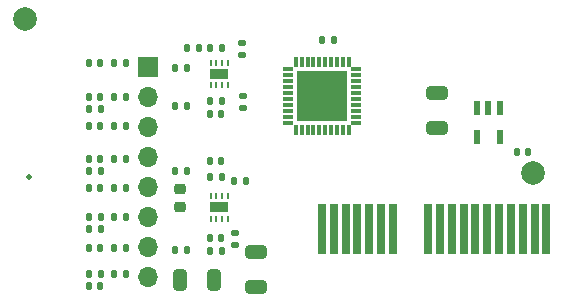
<source format=gbr>
%TF.GenerationSoftware,KiCad,Pcbnew,8.0.4*%
%TF.CreationDate,2024-09-17T19:17:59+01:00*%
%TF.ProjectId,ADE_Aux_V4,4144455f-4175-4785-9f56-342e6b696361,rev?*%
%TF.SameCoordinates,Original*%
%TF.FileFunction,Soldermask,Top*%
%TF.FilePolarity,Negative*%
%FSLAX46Y46*%
G04 Gerber Fmt 4.6, Leading zero omitted, Abs format (unit mm)*
G04 Created by KiCad (PCBNEW 8.0.4) date 2024-09-17 19:17:59*
%MOMM*%
%LPD*%
G01*
G04 APERTURE LIST*
G04 Aperture macros list*
%AMRoundRect*
0 Rectangle with rounded corners*
0 $1 Rounding radius*
0 $2 $3 $4 $5 $6 $7 $8 $9 X,Y pos of 4 corners*
0 Add a 4 corners polygon primitive as box body*
4,1,4,$2,$3,$4,$5,$6,$7,$8,$9,$2,$3,0*
0 Add four circle primitives for the rounded corners*
1,1,$1+$1,$2,$3*
1,1,$1+$1,$4,$5*
1,1,$1+$1,$6,$7*
1,1,$1+$1,$8,$9*
0 Add four rect primitives between the rounded corners*
20,1,$1+$1,$2,$3,$4,$5,0*
20,1,$1+$1,$4,$5,$6,$7,0*
20,1,$1+$1,$6,$7,$8,$9,0*
20,1,$1+$1,$8,$9,$2,$3,0*%
G04 Aperture macros list end*
%ADD10RoundRect,0.135000X-0.135000X-0.185000X0.135000X-0.185000X0.135000X0.185000X-0.135000X0.185000X0*%
%ADD11RoundRect,0.135000X0.135000X0.185000X-0.135000X0.185000X-0.135000X-0.185000X0.135000X-0.185000X0*%
%ADD12RoundRect,0.140000X0.140000X0.170000X-0.140000X0.170000X-0.140000X-0.170000X0.140000X-0.170000X0*%
%ADD13RoundRect,0.140000X-0.140000X-0.170000X0.140000X-0.170000X0.140000X0.170000X-0.140000X0.170000X0*%
%ADD14C,2.000000*%
%ADD15RoundRect,0.250000X0.650000X-0.325000X0.650000X0.325000X-0.650000X0.325000X-0.650000X-0.325000X0*%
%ADD16RoundRect,0.135000X0.185000X-0.135000X0.185000X0.135000X-0.185000X0.135000X-0.185000X-0.135000X0*%
%ADD17RoundRect,0.225000X0.250000X-0.225000X0.250000X0.225000X-0.250000X0.225000X-0.250000X-0.225000X0*%
%ADD18RoundRect,0.135000X-0.185000X0.135000X-0.185000X-0.135000X0.185000X-0.135000X0.185000X0.135000X0*%
%ADD19C,0.500000*%
%ADD20RoundRect,0.250000X-0.650000X0.325000X-0.650000X-0.325000X0.650000X-0.325000X0.650000X0.325000X0*%
%ADD21R,0.250000X0.500000*%
%ADD22R,1.600000X0.900000*%
%ADD23R,0.304800X0.812800*%
%ADD24R,0.812800X0.304800*%
%ADD25R,4.241800X4.241800*%
%ADD26RoundRect,0.250000X0.325000X0.650000X-0.325000X0.650000X-0.325000X-0.650000X0.325000X-0.650000X0*%
%ADD27R,0.600000X1.200000*%
%ADD28R,1.700000X1.700000*%
%ADD29O,1.700000X1.700000*%
%ADD30R,0.700000X4.300000*%
G04 APERTURE END LIST*
D10*
%TO.C,R25*%
X-1510000Y27390000D03*
X-490000Y27390000D03*
%TD*%
D11*
%TO.C,R18*%
X-3390000Y27880000D03*
X-4410000Y27880000D03*
%TD*%
D10*
%TO.C,R5*%
X-9600000Y19200000D03*
X-8580000Y19200000D03*
%TD*%
D12*
%TO.C,C11*%
X-10780000Y37080000D03*
X-11740000Y37080000D03*
%TD*%
D13*
%TO.C,C13*%
X-1500000Y28710000D03*
X-540000Y28710000D03*
%TD*%
D12*
%TO.C,C3*%
X-10780000Y21410000D03*
X-11740000Y21410000D03*
%TD*%
D14*
%TO.C,FID1*%
X25908000Y27762200D03*
%TD*%
D11*
%TO.C,R9*%
X-3440000Y33440000D03*
X-4460000Y33440000D03*
%TD*%
D15*
%TO.C,C26*%
X2410000Y18075000D03*
X2410000Y21025000D03*
%TD*%
D16*
%TO.C,R20*%
X1250000Y37730000D03*
X1250000Y38750000D03*
%TD*%
D17*
%TO.C,C2*%
X-4030000Y24815000D03*
X-4030000Y26365000D03*
%TD*%
D12*
%TO.C,C7*%
X-10770000Y26480000D03*
X-11730000Y26480000D03*
%TD*%
D11*
%TO.C,R6*%
X-3430000Y21180000D03*
X-4450000Y21180000D03*
%TD*%
D18*
%TO.C,R8*%
X1280000Y34240000D03*
X1280000Y33220000D03*
%TD*%
D12*
%TO.C,C4*%
X-10780000Y18150000D03*
X-11740000Y18150000D03*
%TD*%
D19*
%TO.C,TP1*%
X-16789400Y27406600D03*
%TD*%
D14*
%TO.C,FID4*%
X-17119600Y40767000D03*
%TD*%
D10*
%TO.C,R26*%
X-1510000Y38280000D03*
X-490000Y38280000D03*
%TD*%
D12*
%TO.C,C16*%
X-2440000Y38310000D03*
X-3400000Y38310000D03*
%TD*%
D10*
%TO.C,R4*%
X-9600000Y21400000D03*
X-8580000Y21400000D03*
%TD*%
D12*
%TO.C,C12*%
X-10780000Y34170000D03*
X-11740000Y34170000D03*
%TD*%
D10*
%TO.C,R11*%
X-9600000Y23980000D03*
X-8580000Y23980000D03*
%TD*%
%TO.C,R24*%
X-1510000Y33820000D03*
X-490000Y33820000D03*
%TD*%
%TO.C,R14*%
X-9600000Y37070000D03*
X-8580000Y37070000D03*
%TD*%
%TO.C,R23*%
X-1510000Y21090000D03*
X-490000Y21090000D03*
%TD*%
D20*
%TO.C,C18*%
X17703800Y34495000D03*
X17703800Y31545000D03*
%TD*%
D10*
%TO.C,R10*%
X-9600000Y26500000D03*
X-8580000Y26500000D03*
%TD*%
%TO.C,R15*%
X-9600000Y34160000D03*
X-8580000Y34160000D03*
%TD*%
D11*
%TO.C,R21*%
X-10730000Y33160000D03*
X-11750000Y33160000D03*
%TD*%
D13*
%TO.C,C6*%
X-1500000Y32750000D03*
X-540000Y32750000D03*
%TD*%
D11*
%TO.C,R17*%
X-10720000Y22960000D03*
X-11740000Y22960000D03*
%TD*%
%TO.C,R7*%
X-10730000Y19200000D03*
X-11750000Y19200000D03*
%TD*%
D21*
%TO.C,U3*%
X-1430000Y35150000D03*
X-930000Y35150000D03*
X-430000Y35150000D03*
X70000Y35150000D03*
X70000Y37050000D03*
X-430000Y37050000D03*
X-930000Y37050000D03*
X-1430000Y37050000D03*
D22*
X-680000Y36100000D03*
%TD*%
D12*
%TO.C,C9*%
X-10780000Y31700000D03*
X-11740000Y31700000D03*
%TD*%
%TO.C,C10*%
X-10780000Y28940000D03*
X-11740000Y28940000D03*
%TD*%
D10*
%TO.C,R16*%
X570000Y27050000D03*
X1590000Y27050000D03*
%TD*%
D23*
%TO.C,U2*%
X10287000Y37160200D03*
X9779000Y37160200D03*
X9271000Y37160200D03*
X8788400Y37160200D03*
X8280400Y37160200D03*
X7772400Y37160200D03*
X7264400Y37160200D03*
X6781800Y37160200D03*
X6273800Y37160200D03*
X5765800Y37160200D03*
D24*
X5130800Y36525200D03*
X5130800Y36017200D03*
X5130800Y35509200D03*
X5130800Y35026600D03*
X5130800Y34518600D03*
X5130800Y34010600D03*
X5130800Y33502600D03*
X5130800Y33020000D03*
X5130800Y32512000D03*
X5130800Y32004000D03*
D23*
X5765800Y31369000D03*
X6273800Y31369000D03*
X6781800Y31369000D03*
X7264400Y31369000D03*
X7772400Y31369000D03*
X8280400Y31369000D03*
X8788400Y31369000D03*
X9271000Y31369000D03*
X9779000Y31369000D03*
X10287000Y31369000D03*
D24*
X10922000Y32004000D03*
X10922000Y32512000D03*
X10922000Y33020000D03*
X10922000Y33502600D03*
X10922000Y34010600D03*
X10922000Y34518600D03*
X10922000Y35026600D03*
X10922000Y35509200D03*
X10922000Y36017200D03*
X10922000Y36525200D03*
D25*
X8026400Y34264600D03*
%TD*%
D13*
%TO.C,C5*%
X-1500000Y22200000D03*
X-540000Y22200000D03*
%TD*%
D11*
%TO.C,R22*%
X-3440000Y36620000D03*
X-4460000Y36620000D03*
%TD*%
D10*
%TO.C,R12*%
X-9600000Y31690000D03*
X-8580000Y31690000D03*
%TD*%
D21*
%TO.C,U1*%
X-1430000Y23860000D03*
X-930000Y23860000D03*
X-430000Y23860000D03*
X70000Y23860000D03*
X70000Y25760000D03*
X-430000Y25760000D03*
X-930000Y25760000D03*
X-1430000Y25760000D03*
D22*
X-680000Y24810000D03*
%TD*%
D18*
%TO.C,R3*%
X650000Y22680000D03*
X650000Y21660000D03*
%TD*%
D11*
%TO.C,R19*%
X-10730000Y27900000D03*
X-11750000Y27900000D03*
%TD*%
%TO.C,R2*%
X8993600Y38963600D03*
X7973600Y38963600D03*
%TD*%
D12*
%TO.C,C31*%
X25448200Y29540200D03*
X24488200Y29540200D03*
%TD*%
D10*
%TO.C,R13*%
X-9600000Y28930000D03*
X-8580000Y28930000D03*
%TD*%
D26*
%TO.C,C25*%
X-1105000Y18670000D03*
X-4055000Y18670000D03*
%TD*%
D27*
%TO.C,U99*%
X23050000Y33240000D03*
X22100000Y33240000D03*
X21150000Y33240000D03*
X21150000Y30740000D03*
X23050000Y30740000D03*
%TD*%
D12*
%TO.C,C8*%
X-10730000Y24000000D03*
X-11690000Y24000000D03*
%TD*%
D28*
%TO.C,J15*%
X-6750200Y36692980D03*
D29*
X-6750200Y34152980D03*
X-6750200Y31612980D03*
X-6750200Y29072980D03*
X-6750200Y26532980D03*
X-6750200Y23992980D03*
X-6750200Y21452980D03*
X-6750200Y18912980D03*
%TD*%
D30*
%TO.C,J2*%
X27000000Y23000000D03*
X26000000Y23000000D03*
X25000000Y23000000D03*
X24000000Y23000000D03*
X23000000Y23000000D03*
X22000000Y23000000D03*
X21000000Y23000000D03*
X20000000Y23000000D03*
X19000000Y23000000D03*
X18000000Y23000000D03*
X17000000Y23000000D03*
X14000000Y23000000D03*
X13000000Y23000000D03*
X12000000Y23000000D03*
X11000000Y23000000D03*
X10000000Y23000000D03*
X9000000Y23000000D03*
X8000000Y23000000D03*
%TD*%
M02*

</source>
